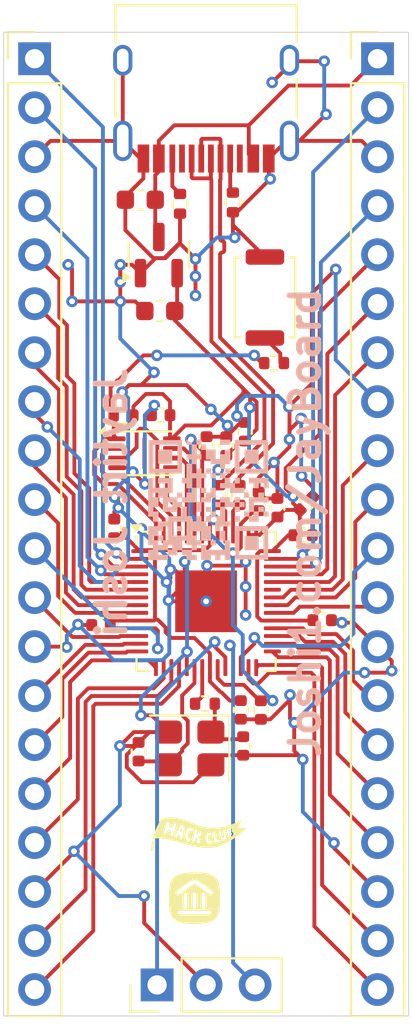
<source format=kicad_pcb>
(kicad_pcb (version 20241229) (generator "pcbnew") (generator_version "9.0")
  (layers (0 "F.Cu" signal) (2 "B.Cu" signal) (13 "F.Paste" user) (15 "B.Paste" user) (5 "F.SilkS" user "F.Silkscreen") (7 "B.SilkS" user "B.Silkscreen") (1 "F.Mask" user) (3 "B.Mask" user) (25 "Edge.Cuts" user))
  (net 0 "")
  (net 1 "+3V3")
  (net 2 "GND")
  (net 3 "+1V1")
  (net 4 "VBUS")
  (net 5 "XIN")
  (net 6 "Net-(C16-Pad2)")
  (net 7 "USB_D-")
  (net 8 "Net-(J1-CC1)")
  (net 9 "Net-(J1-CC2)")
  (net 10 "GPIO12")
  (net 11 "GPIO10")
  (net 12 "GPIO5")
  (net 13 "GPIO0")
  (net 14 "GPIO9")
  (net 15 "GPIO2")
  (net 16 "GPIO14")
  (net 17 "GPIO4")
  (net 18 "GPIO6")
  (net 19 "GPIO7")
  (net 20 "GPIO11")
  (net 21 "GPIO1")
  (net 22 "GPIO8")
  (net 23 "GPIO3")
  (net 24 "GPIO13")
  (net 25 "GPIO15")
  (net 26 "GPIO29_ADC3")
  (net 27 "GPIO26_ADC0")
  (net 28 "GPIO24")
  (net 29 "GPIO20")
  (net 30 "RUN")
  (net 31 "GPIO17")
  (net 32 "GPIO28_ADC2")
  (net 33 "GPIO23")
  (net 34 "GPIO27_ADC1")
  (net 35 "GPIO16")
  (net 36 "GPIO18")
  (net 37 "GPIO19")
  (net 38 "GPIO22")
  (net 39 "GPIO21")
  (net 40 "SWD")
  (net 41 "SWCLK")
  (net 42 "Net-(U1-USB_DP)")
  (net 43 "Net-(U1-USB_DM)")
  (net 44 "QSPI_SS")
  (net 45 "QSPI_SD3")
  (net 47 "QSPI_SCLK")
  (net 48 "XOUT")
  (net 49 "QSPI_SD1")
  (net 50 "QSPI_SD0")
  (net 51 "QSPI_SD2")
  (net 52 "Net-(R6-Pad2)")
  (net 53 "USB_D+")
  (footprint "Capacitor_SMD:C_0402_1005Metric" (layer "F.Cu") (at 232.62 101.07 -90)
    (property "Reference" "C2" (hide yes))
    (property "Value" "0.1uF" (hide yes))
  )
  (footprint "Capacitor_SMD:C_0402_1005Metric" (layer "F.Cu") (at 232.745 102.94 90)
    (property "Reference" "C16" (hide yes))
    (property "Value" "33pF" (hide yes))
  )
  (footprint "Resistor_SMD:R_0402_1005Metric" (layer "F.Cu") (at 230.76 100.75 180)
    (property "Reference" "R5" (hide yes))
    (property "Value" "1K" (hide yes))
  )
  (footprint "Package_SON:Winbond_USON-8-1EP_3x2mm_P0.5mm_EP0.2x1.6mm" (layer "F.Cu") (at 227.62 87.765)
    (property "Reference" "U4" (hide yes))
    (property "Value" "W25Q16JVUXIQ TR" (hide yes))
  )
  (footprint "Resistor_SMD:R_0402_1005Metric" (layer "F.Cu") (at 231.495 89.93 -90)
    (property "Reference" "R3" (hide yes))
    (property "Value" "27" (hide yes))
  )
  (footprint "Capacitor_SMD:C_0402_1005Metric" (layer "F.Cu") (at 236.84 96.42)
    (property "Reference" "C9" (hide yes))
    (property "Value" "0.1uF")
  )
  (footprint "Resistor_SMD:R_0402_1005Metric" (layer "F.Cu") (at 229.47 74.83 -90)
    (property "Reference" "R1" (hide yes))
    (property "Value" "5.1K" (hide yes))
  )
  (footprint "Button_Switch_SMD:SW_Push_SPST_NO_Alps_SKRK" (layer "F.Cu") (at 233.87 79.69 -90)
    (property "Reference" "SW1" (hide yes))
    (property "Value" "SW_Push" (hide yes))
  )
  (footprint "LOGO" (layer "F.Cu") (at 230.22 110.83)
    (property "Reference" "G***" (hide yes))
    (property "Value" "LOGO" (hide yes))
  )
  (footprint "Capacitor_SMD:C_0402_1005Metric" (layer "F.Cu") (at 232.83 86.65 90)
    (property "Reference" "C7" (hide yes))
    (property "Value" "0.1uF" (hide yes))
  )
  (footprint "Capacitor_SMD:C_0402_1005Metric" (layer "F.Cu") (at 230.845 87.385 90)
    (property "Reference" "C12" (hide yes))
    (property "Value" "0.1uF" (hide yes))
  )
  (footprint "Capacitor_SMD:C_0402_1005Metric" (layer "F.Cu") (at 233.66 101.08 -90)
    (property "Reference" "C10" (hide yes))
    (property "Value" "1uF" (hide yes))
  )
  (footprint "Capacitor_SMD:C_0402_1005Metric" (layer "F.Cu") (at 236.02 90.365 45)
    (property "Reference" "C1" (hide yes))
    (property "Value" "1uF" (hide yes))
  )
  (footprint "Package_TO_SOT_SMD:SOT-23" (layer "F.Cu") (at 228.37 77.49 90)
    (property "Reference" "U2" (hide yes))
    (property "Value" "MCP1700x-330xxTT" (hide yes))
  )
  (footprint "Resistor_SMD:R_0402_1005Metric" (layer "F.Cu") (at 232.21 74.76 -90)
    (property "Reference" "R2" (hide yes))
    (property "Value" "5.1K" (hide yes))
  )
  (footprint "Connector_USB:USB_C_Receptacle_HRO_TYPE-C-31-M-12" (layer "F.Cu") (at 230.82 68.44 180)
    (property "Reference" "J1" (hide yes))
    (property "Value" "USB_C_Receptacle_USB2.0_14P" (hide yes))
  )
  (footprint "Capacitor_SMD:C_0402_1005Metric" (layer "F.Cu") (at 227.32 103.24 -90)
    (property "Reference" "C15" (hide yes))
    (property "Value" "33pF" (hide yes))
  )
  (footprint "Connector_PinHeader_2.54mm:PinHeader_1x20_P2.54mm_Vertical" (layer "F.Cu") (at 221.93 67.31)
    (property "Reference" "J2" (hide yes))
    (property "Value" "Conn_01x20" (hide yes))
  )
  (footprint "Resistor_SMD:R_0402_1005Metric" (layer "F.Cu") (at 232.545 89.93 -90)
    (property "Reference" "R4" (hide yes))
    (property "Value" "27" (hide yes))
  )
  (footprint "Capacitor_SMD:C_0402_1005Metric" (layer "F.Cu") (at 228.47 85.79 180)
    (property "Reference" "C17" (hide yes))
    (property "Value" "0.1uF" (hide yes))
  )
  (footprint "Capacitor_SMD:C_0603_1608Metric" (layer "F.Cu") (at 227.41 74.62 180)
    (property "Reference" "C13" (hide yes))
    (property "Value" "10uF" (hide yes))
  )
  (footprint "Capacitor_SMD:C_0402_1005Metric" (layer "F.Cu") (at 226.06 91.66 90)
    (property "Reference" "C4" (hide yes))
    (property "Value" "0.1uF" (hide yes))
  )
  (footprint "Connector_PinHeader_2.54mm:PinHeader_1x03_P2.54mm_Vertical" (layer "F.Cu") (at 228.28 115.33 90)
    (property "Reference" "J4" (hide yes))
    (property "Value" "Conn_01x03" (hide yes))
  )
  (footprint "Connector_PinHeader_2.54mm:PinHeader_1x20_P2.54mm_Vertical" (layer "F.Cu") (at 239.71 67.31)
    (property "Reference" "J3" (hide yes))
    (property "Value" "Conn_01x20" (hide yes))
  )
  (footprint "Resistor_SMD:R_0402_1005Metric" (layer "F.Cu") (at 234.345 83.09)
    (property "Reference" "R6" (hide yes))
    (property "Value" "1K" (hide yes))
  )
  (footprint "Capacitor_SMD:C_0402_1005Metric" (layer "F.Cu") (at 233.545 90.26 90)
    (property "Reference" "C11" (hide yes))
    (property "Value" "0.1uF" (hide yes))
  )
  (footprint "Resistor_SMD:R_0402_1005Metric" (layer "F.Cu") (at 226.54 85.81)
    (property "Reference" "R7" (hide yes))
    (property "Value" "10K" (hide yes))
  )
  (footprint "Capacitor_SMD:C_0603_1608Metric" (layer "F.Cu") (at 228.42 80.39 180)
    (property "Reference" "C14" (hide yes))
    (property "Value" "10uF" (hide yes))
  )
  (footprint "Capacitor_SMD:C_0402_1005Metric" (layer "F.Cu") (at 234.52 90.59 90)
    (property "Reference" "C5" (hide yes))
    (property "Value" "0.1uF" (hide yes))
  )
  (footprint "Capacitor_SMD:C_0402_1005Metric" (layer "F.Cu") (at 231.87 87.39 90)
    (property "Reference" "C6" (hide yes))
    (property "Value" "0.1uF" (hide yes))
  )
  (footprint "Crystal:Crystal_SMD_3225-4Pin_3.2x2.5mm" (layer "F.Cu") (at 229.97 103.07 180)
    (property "Reference" "Y1" (hide yes))
    (property "Value" "12 MHz" (hide yes))
  )
  (footprint "LOGO" (layer "F.Cu") (at 230.46 107.51)
    (property "Reference" "G***" (hide yes))
    (property "Value" "LOGO" (hide yes))
  )
  (footprint "Capacitor_SMD:C_0402_1005Metric" (layer "F.Cu") (at 225.37 96.67 180)
    (property "Reference" "C3" (hide yes))
    (property "Value" "0.1uF" (hide yes))
  )
  (footprint "Capacitor_SMD:C_0402_1005Metric" (layer "F.Cu") (at 235.85 92.015)
    (property "Reference" "C8" (hide yes))
    (property "Value" "0.1uF" (hide yes))
  )
  (footprint "Package_DFN_QFN:QFN-56-1EP_7x7mm_P0.4mm_EP3.2x3.2mm" (layer "F.Cu") (at 230.82 95.44)
    (property "Reference" "U1" (hide yes))
    (property "Value" "RP2040" (hide yes))
  )
  (footprint "LOGO" (layer "B.Cu") (at 230.873099 90.046199 180)
    (property "Reference" "G***" (hide yes))
    (property "Value" "LOGO" (hide yes))
  )
  (gr_rect (start 220.32 65.94) (end 241.32 116.94) (stroke (width 0.05)) (fill no) (layer "Edge.Cuts"))
  (gr_text "Joshi1.com/JayBoard" (at 235.96 91.37 90) (layer "B.SilkS") (effects (font (size 1.5 1.5) (thickness 0.3) (bold yes))))
  (gr_text "Jaytirt Joshi" (at 225.04 90.33 90) (layer "B.SilkS") (effects (font (size 1.5 1.5) (thickness 0.3) (bold yes)) (justify top mirror)))
  (segment (start 235.680589 90.704411) (end 234.885589 90.704411) (width 0.2) (layer "F.Cu") (net 1))
  (segment (start 227.3825 96.44) (end 228.12 96.44) (width 0.2) (layer "F.Cu") (net 1))
  (segment (start 231.02 98.8775) (end 231.02 98.14) (width 0.2) (layer "F.Cu") (net 1))
  (segment (start 234.885589 90.704411) (end 234.52 91.07) (width 0.2) (layer "F.Cu") (net 1))
  (segment (start 229.021 97.341) (end 228.721 97.041) (width 0.2) (layer "F.Cu") (net 1))
  (segment (start 234.945 88.54) (end 236.706 86.779) (width 0.2) (layer "F.Cu") (net 1))
  (segment (start 234.2575 96.44) (end 233.682439 96.44) (width 0.2) (layer "F.Cu") (net 1))
  (segment (start 228.95 85.79) (end 228.95 85.069105) (width 0.2) (layer "F.Cu") (net 1))
  (segment (start 233.471 96.228561) (end 233.471 92.989) (width 0.2) (layer "F.Cu") (net 1))
  (segment (start 236.34 96.44) (end 236.36 96.42) (width 0.2) (layer "F.Cu") (net 1))
  (segment (start 236.706 80.474) (end 239.71 77.47) (width 0.2) (layer "F.Cu") (net 1))
  (segment (start 229.736 86.324) (end 231.085943 86.324) (width 0.2) (layer "F.Cu") (net 1))
  (segment (start 232.05034 100.59) (end 231.63134 100.171) (width 0.2) (layer "F.Cu") (net 1))
  (segment (start 232.7575 84.4275) (end 229.195 80.865) (width 0.2) (layer "F.Cu") (net 1))
  (segment (start 231.42 92.0025) (end 231.42 91.404082) (width 0.2) (layer "F.Cu") (net 1))
  (segment (start 233.1 85.38) (end 233.09 85.39) (width 0.2) (layer "F.Cu") (net 1))
  (segment (start 228.570895 84.69) (end 227.7 84.69) (width 0.2) (layer "F.Cu") (net 1))
  (segment (start 233.62 92.84) (end 234.2575 92.84) (width 0.2) (layer "F.Cu") (net 1))
  (segment (start 235.33 89.993231) (end 235.131 89.794231) (width 0.2) (layer "F.Cu") (net 1))
  (segment (start 231.549 100.129) (end 231.5519 100.129) (width 0.2) (layer "F.Cu") (net 1))
  (segment (start 228.721 96.799242) (end 228.311758 96.39) (width 0.2) (layer "F.Cu") (net 1))
  (segment (start 227.3825 92.84) (end 226.6825 92.14) (width 0.2) (layer "F.Cu") (net 1))
  (segment (start 234.2575 96.44) (end 236.34 96.44) (width 0.2) (layer "F.Cu") (net 1))
  (segment (start 234.945 89.59745) (end 234.945 88.54) (width 0.2) (layer "F.Cu") (net 1))
  (segment (start 233.682439 96.44) (end 233.471 96.228561) (width 0.2) (layer "F.Cu") (net 1))
  (segment (start 233.02 92.0025) (end 233.5875 92.0025) (width 0.2) (layer "F.Cu") (net 1))
  (segment (start 229.195 80.865) (end 229.195 80.39) (width 0.2) (layer "F.Cu") (net 1))
  (segment (start 235.680589 91.704411) (end 235.37 92.015) (width 0.2) (layer "F.Cu") (net 1))
  (segment (start 226.08 96.44) (end 225.85 96.67) (width 0.2) (layer "F.Cu") (net 1))
  (segment (start 228.95 86.92) (end 229.045 87.015) (width 0.2) (layer "F.Cu") (net 1))
  (segment (start 228.17 92.789) (end 227.4335 92.789) (width 0.2) (layer "F.Cu") (net 1))
  (segment (start 232.62 100.59) (end 232.05034 100.59) (width 0.2) (layer "F.Cu") (net 1))
  (segment (start 228.311758 96.39) (end 228.17 96.39) (width 0.2) (layer "F.Cu") (net 1))
  (segment (start 228.95 85.79) (end 228.95 86.92) (width 0.2) (layer "F.Cu") (net 1))
  (segment (start 233.5875 92.0025) (end 234.52 91.07) (width 0.2) (layer "F.Cu") (net 1))
  (segment (start 231.02 92.0025) (end 231.02 91.404082) (width 0.2) (layer "F.Cu") (net 1))
  (segment (start 235.37 92.015) (end 235.0825 92.015) (width 0.2) (layer "F.Cu") (net 1))
  (segment (start 231.02 99.6) (end 231.24 99.82) (width 0.2) (layer "F.Cu") (net 1))
  (segment (start 231.085943 86.324) (end 232.7575 84.652443) (width 0.2) (layer "F.Cu") (net 1))
  (segment (start 233.1 84.77) (end 232.7575 84.4275) (width 0.2) (layer "F.Cu") (net 1))
  (segment (start 233.1 84.77) (end 233.1 85.38) (width 0.2) (layer "F.Cu") (net 1))
  (segment (start 227.4335 92.789) (end 227.3825 92.84) (width 0.2) (layer "F.Cu") (net 1))
  (segment (start 231.02 92.54) (end 230.771 92.789) (width 0.2) (layer "F.Cu") (net 1))
  (segment (start 231.02 98.8775) (end 231.02 99.6) (width 0.2) (layer "F.Cu") (net 1))
  (segment (start 236.706 86.779) (end 236.706 80.474) (width 0.2) (layer "F.Cu") (net 1))
  (segment (start 233.441 86.519) (end 233.441 85.111) (width 0.2) (layer "F.Cu") (net 1))
  (segment (start 235.131 89.794231) (end 235.131 89.78345) (width 0.2) (layer "F.Cu") (net 1))
  (segment (start 232.7575 84.652443) (end 232.7575 84.4275) (width 0.2) (layer "F.Cu") (net 1))
  (segment (start 228.95 85.069105) (end 228.570895 84.69) (width 0.2) (layer "F.Cu") (net 1))
  (segment (start 231.02 91.404082) (end 231.22 91.204082) (width 0.2) (layer "F.Cu") (net 1))
  (segment (start 233.471 92.989) (end 233.62 92.84) (width 0.2) (layer "F.Cu") (net 1))
  (segment (start 227.05 85.34) (end 227.05 85.81) (width 0.2) (layer "F.Cu") (net 1))
  (segment (start 232.79 87.13) (end 232.61 87.13) (width 0.2) (layer "F.Cu") (net 1))
  (segment (start 231.02 98.14) (end 230.221 97.341) (width 0.2) (layer "F.Cu") (net 1))
  (segment (start 229.045 87.015) (end 229.736 86.324) (width 0.2) (layer "F.Cu") (net 1))
  (segment (start 235.131 89.78345) (end 234.945 89.59745) (width 0.2) (layer "F.Cu") (net 1))
  (segment (start 227.7 84.69) (end 227.05 85.34) (width 0.2) (layer "F.Cu") (net 1))
  (segment (start 228.12 96.44) (end 228.17 96.39) (width 0.2) (layer "F.Cu") (net 1))
  (segment (start 228.17 96.39) (end 228.17 92.789) (width 0.2) (layer "F.Cu") (net 1))
  (segment (start 226.45 91.84) (end 226.45 91.9075) (width 0.2) (layer "F.Cu") (net 1))
  (segment (start 235.680589 90.704411) (end 235.680589 91.704411) (width 0.2) (layer "F.Cu") (net 1))
  (segment (start 231.24 99.82) (end 231.549 100.129) (width 0.2) (layer "F.Cu") (net 1))
  (segment (start 235.33 89.993231) (end 235.33 90.353822) (width 0.2) (layer "F.Cu") (net 1))
  (segment (start 229.32 78.4275) (end 229.32 80.265) (width 0.2) (layer "F.Cu") (net 1))
  (segment (start 228.721 97.041) (end 228.721 96.799242) (width 0.2) (layer "F.Cu") (net 1))
  (segment (start 232.61 87.13) (end 231.87 87.87) (width 0.2) (layer "F.Cu") (net 1))
  (segment (start 231.42 91.404082) (end 231.22 91.204082) (width 0.2) (layer "F.Cu") (net 1))
  (segment (start 230.771 92.789) (end 228.17 92.789) (width 0.2) (layer "F.Cu") (net 1))
  (segment (start 233.441 85.111) (end 233.1 84.77) (width 0.2) (layer "F.Cu") (net 1))
  (segment (start 235.0825 92.015) (end 234.2575 92.84) (width 0.2) (layer "F.Cu") (net 1))
  (segment (start 226.6825 92.14) (end 226.06 92.14) (width 0.2) (layer "F.Cu") (net 1))
  (segment (start 231.444387 88.622083) (end 231.444387 88.295613) (width 0.2) (layer "F.Cu") (net 1))
  (segment (start 230.221 97.341) (end 229.021 97.341) (width 0.2) (layer "F.Cu") (net 1))
  (segment (start 227.3825 96.44) (end 226.08 96.44) (width 0.2) (layer "F.Cu") (net 1))
  (segment (start 231.444387 88.295613) (end 231.87 87.87) (width 0.2) (layer "F.Cu") (net 1))
  (segment (start 235.33 90.353822) (end 235.680589 90.704411) (width 0.2) (layer "F.Cu") (net 1))
  (segment (start 232.83 87.13) (end 233.441 86.519) (width 0.2) (layer "F.Cu") (net 1))
  (segment (start 229.32 80.265) (end 229.195 80.39) (width 0.2) (layer "F.Cu") (net 1))
  (segment (start 231.02 92.0025) (end 231.02 92.54) (width 0.2) (layer "F.Cu") (net 1))
  (via (at 231.22 91.204082) (size 0.6) (drill 0.3) (layers "F.Cu" "B.Cu") (net 1))
  (via (at 235.33 89.993231) (size 0.6) (drill 0.3) (layers "F.Cu" "B.Cu") (net 1))
  (via (at 231.444387 88.622083) (size 0.6) (drill 0.3) (layers "F.Cu" "B.Cu") (net 1))
  (via (at 233.09 85.39) (size 0.6) (drill 0.3) (layers "F.Cu" "B.Cu") (net 1))
  (segment (start 233.05 88.045) (end 234.998231 89.993231) (width 0.2) (layer "B.Cu") (net 1))
  (segment (start 234.998231 89.993231) (end 235.33 89.993231) (width 0.2) (layer "B.Cu") (net 1))
  (segment (start 231.22 91.204082) (end 231.22 88.84647) (width 0.2) (layer "B.Cu") (net 1))
  (segment (start 233.09 85.39) (end 233.05 85.43) (width 0.2) (layer "B.Cu") (net 1))
  (segment (start 231.22 88.84647) (end 231.444387 88.622083) (width 0.2) (layer "B.Cu") (net 1))
  (segment (start 233.05 85.43) (end 233.05 88.045) (width 0.2) (layer "B.Cu") (net 1))
  (segment (start 231.87 86.91) (end 230.85 86.91) (width 0.2) (layer "F.Cu") (net 2))
  (segment (start 227.57 72.485) (end 227.415 72.485) (width 0.2) (layer "F.Cu") (net 2))
  (segment (start 226.06 90.8) (end 226.27 90.59) (width 0.2) (layer "F.Cu") (net 2))
  (segment (start 232.21 76.487022) (end 232.303587 76.580609) (width 0.2) (layer "F.Cu") (net 2))
  (segment (start 227.14 102.94) (end 227.32 102.76) (width 0.2) (layer "F.Cu") (net 2))
  (segment (start 230.82 115.33) (end 227.61 112.12) (width 0.2) (layer "F.Cu") (net 2))
  (segment (start 232.424498 85.833972) (end 232.493972 85.833972) (width 0.2) (layer "F.Cu") (net 2))
  (segment (start 235.14 71.57) (end 238.89 71.57) (width 0.2) (layer "F.Cu") (net 2))
  (segment (start 226.9825 77.99) (end 227.42 78.4275) (width 0.2) (layer "F.Cu") (net 2))
  (segment (start 237.45 108.23) (end 237.45 107.97) (width 0.2) (layer "F.Cu") (net 2))
  (segment (start 228.1975 77.65) (end 227.42 78.4275) (width 0.2) (layer "F.Cu") (net 2))
  (segment (start 233.66 101.56) (end 234.149943 101.56) (width 0.2) (layer "F.Cu") (net 2))
  (segment (start 227.46 84.23) (end 228.12 83.57) (width 0.2) (layer "F.Cu") (net 2))
  (segment (start 226.37 79.89) (end 227.145 79.89) (width 0.2) (layer "F.Cu") (net 2))
  (segment (start 235.14 71.57) (end 234.985 71.57) (width 0.2) (layer "F.Cu") (net 2))
  (segment (start 232.21 75.93) (end 232.21 76.487022) (width 0.2) (layer "F.Cu") (net 2))
  (segment (start 226.83 84.23) (end 227.46 84.23) (width 0.2) (layer "F.Cu") (net 2))
  (segment (start 226.5 71.57) (end 222.75 71.57) (width 0.2) (layer "F.Cu") (net 2))
  (segment (start 227.61 112.12) (end 227.61 110.72) (width 0.2) (layer "F.Cu") (net 2))
  (segment (start 223.574855 97.79) (end 223.598163 97.813308) (width 0.2) (layer "F.Cu") (net 2))
  (segment (start 234.245 68.54) (end 235.345 67.44) (width 0.2) (layer "F.Cu") (net 2))
  (segment (start 240.445 99.04) (end 240.445 98.525) (width 0.2) (layer "F.Cu") (net 2))
  (segment (start 228.92 95.44) (end 228.87 95.39) (width 0.2) (layer "F.Cu") (net 2))
  (segment (start 231.87 86.388472) (end 231.931736 86.326736) (width 0.2) (layer "F.Cu") (net 2))
  (segment (start 228.87 102.22) (end 227.07 102.22) (width 0.2) (layer "F.Cu") (net 2))
  (segment (start 221.93 85.74) (end 222.59 86.4) (width 0.2) (layer "F.Cu") (net 2))
  (segment (start 239.71 110.49) (end 237.45 108.23) (width 0.2) (layer "F.Cu") (net 2))
  (segment (start 233.545 89.04) (end 234.345 88.24) (width 0.2) (layer "F.Cu") (net 2))
  (segment (start 232.671 93.59) (end 230.87 93.59) (width 0.2) (layer "F.Cu") (net 2))
  (segment (start 231.57 103.42) (end 231.07 103.92) (width 0.2) (layer "F.Cu") (net 2))
  (segment (start 230.82 95.44) (end 228.92 95.44) (width 0.2) (layer "F.Cu") (net 2))
  (segment (start 226.06 91.18) (end 226.06 90.8) (width 0.2) (layer "F.Cu") (net 2))
  (segment (start 236.359411 90.925589) (end 236.33 90.955) (width 0.2) (layer "F.Cu") (net 2))
  (segment (start 235.39 101.73) (end 235.39 103.195) (width 0.2) (layer "F.Cu") (net 2))
  (segment (start 232.871 93.39) (end 232.871 94.68) (width 0.2) (layer "F.Cu") (net 2))
  (segment (start 235.345 67.44) (end 236.945 67.44) (width 0.2) (layer "F.Cu") (net 2))
  (segment (start 238.466441 96.546441) (end 237.86 96.546441) (width 0.2) (layer "F.Cu") (net 2))
  (segment (start 222.75 71.57) (end 221.93 72.39) (width 0.2) (layer "F.Cu") (net 2))
  (segment (start 227.47 91.69) (end 227.37 91.69) (width 0.2) (layer "F.Cu") (net 2))
  (segment (start 235.145 85.385) (end 235.11 85.35) (width 0.2) (layer "F.Cu") (net 2))
  (segment (start 236.359411 90.025589) (end 236.359411 89.529411) (width 0.2) (layer "F.Cu") (net 2))
  (segment (start 226.195 88.515) (end 226.80353 88.515) (width 0.2) (layer "F.Cu") (net 2))
  (segment (start 234.985 71.57) (end 234.07 72.485) (width 0.2) (layer "F.Cu") (net 2))
  (segment (start 230.169 104.821) (end 227.48345 104.821) (width 0.2) (layer "F.Cu") (net 2))
  (segment (start 234.52 90.11) (end 234.52 88.415) (width 0.2) (layer "F.Cu") (net 2))
  (segment (start 235.66 71.57) (end 237.04 70.19) (width 0.2) (layer "F.Cu") (net 2))
  (segment (start 226.5 71.57) (end 226.5 67.39) (width 0.2) (layer "F.Cu") (net 2))
  (segment (start 226.37 78.89) (end 226.37 77.99) (width 0.2) (layer "F.Cu") (net 2))
  (segment (start 231.07 85.49) (end 229.81 84.23) (width 0.2) (layer "F.Cu") (net 2))
  (segment (start 234.52 88.415) (end 234.345 88.24) (width 0.2) (layer "F.Cu") (net 2))
  (segment (start 226.635 74.455) (end 227.57 73.52) (width 0.2) (layer "F.Cu") (net 2))
  (segment (start 221.93 110.49) (end 223.97 108.45) (width 0.2) (layer "F.Cu") (net 2))
  (segment (start 230.82 95.44) (end 229.17 93.79) (width 0.2) (layer "F.Cu") (net 2))
  (segment (start 235.615 103.42) (end 232.745 103.42) (width 0.2) (layer "F.Cu") (net 2))
  (segment (start 227.415 72.485) (end 226.5 71.57) (width 0.2) (layer "F.Cu") (net 2))
  (segment (start 239.71 97.79) (end 238.466441 96.546441) (width 0.2) (layer "F.Cu") (net 2))
  (segment (start 227.57 73.52) (end 227.57 72.485) (width 0.2) (layer "F.Cu") (net 2))
  (segment (start 235.14 71.57) (end 235.66 71.57) (width 0.2) (layer "F.Cu") (net 2))
  (segment (start 226.709 104.04655) (end 226.709 103.39345) (width 0.2) (layer "F.Cu") (net 2))
  (segment (start 229.47 76.831968) (end 228.651968 77.65) (width 0.2) (layer "F.Cu") (net 2))
  (segment (start 236.359411 89.529411) (end 235.77 88.94) (width 0.2) (layer "F.Cu") (net 2))
  (segment (start 227.145 79.89) (end 227.645 80.39) (width 0.2) (layer "F.Cu") (net 2))
  (segment (start 228.651968 77.65) (end 228.088032 77.65) (width 0.2) (layer "F.Cu") (net 2))
  (segment (start 221.93 97.79) (end 223.574855 97.79) (width 0.2) (layer "F.Cu") (net 2))
  (segment (start 228.97 93.79) (end 228.97 94.24) (width 0.2) (layer "F.Cu") (net 2))
  (segment (start 226.80353 88.515) (end 227.024265 88.735735) (width 0.2) (layer "F.Cu") (net 2))
  (segment (start 234.52 90.11) (end 233.875 90.11) (width 0.2) (layer "F.Cu") (net 2))
  (segment (start 235.145 87.04) (end 235.145 85.385) (width 0.2) (layer "F.Cu") (net 2))
  (segment (start 228.002 101.352) (end 228.87 102.22) (width 0.2) (layer "F.Cu") (net 2))
  (segment (start 229.71 94.55) (end 229.71 93.389) (width 0.2) (layer "F.Cu") (net 2))
  (segment (start 229.17 93.79) (end 228.97 93.79) (width 0.2) (layer "F.Cu") (net 2))
  (segment (start 239.71 97.79) (end 239.71 98.47) (width 0.2) (layer "F.Cu") (net 2))
  (segment (start 226.83 84.23) (end 226.47 84.59) (width 0.2) (layer "F.Cu") (net 2))
  (segment (start 238.89 71.57) (end 239.71 72.39) (width 0.2) (layer "F.Cu") (net 2))
  (segment (start 226.635 74.62) (end 226.635 74.455) (width 0.2) (layer "F.Cu") (net 2))
  (segment (start 229.82 98.067581) (end 229.82 98.8775) (width 0.2) (layer "F.Cu") (net 2))
  (segment (start 227.07 102.22) (end 226.35 102.94) (width 0.2) (layer "F.Cu") (net 2))
  (segment (start 226.709 103.39345) (end 227.88245 102.22) (width 0.2) (layer "F.Cu") (net 2))
  (segment (start 223.87 78.19) (end 223.67 77.99) (width 0.2) (layer "F.Cu") (net 2))
  (segment (start 229.47 75.34) (end 229.47 76.831968) (width 0.2) (layer "F.Cu") (net 2))
  (segment (start 235.39 103.195) (end 235.835 103.64) (width 0.2) (layer "F.Cu") (net 2))
  (segment (start 234.149943 101.56) (end 235.17 100.539943) (width 0.2) (layer "F.Cu") (net 2))
  (segment (start 227.99 85.435446) (end 228.135446 85.29) (width 0.2) (layer "F.Cu") (net 2))
  (segment (start 223.87 79.89) (end 226.37 79.89) (width 0.2) (layer "F.Cu") (net 2))
  (segment (start 224.89 96.67) (end 224.208008 96.67) (width 0.2) (layer "F.Cu") (net 2))
  (segment (start 236.33 90.955) (end 236.33 92.015) (width 0.2) (layer "F.Cu") (net 2))
  (segment (start 235.145 87.04) (end 235.145 86.565) (width 0.2) (layer "F.Cu") (net 2))
  (segment (start 236.305 79.465) (end 237.54 78.23) (width 0.2) (layer "F.Cu") (net 2))
  (segment (start 236.305 84.155) (end 236.305 79.465) (width 0.2) (layer "F.Cu") (net 2))
  (segment (start 232.415 75.27) (end 232.21 75.27) (width 0.2) (layer "F.Cu") (net 2))
  (segment (start 232.21 75.27) (end 232.21 75.93) (width 0.2) (layer "F.Cu") (net 2))
  (segment (start 235.145 86.565) (end 235.75 85.96) (width 0.2) (layer "F.Cu") (net 2))
  (segment (start 227.99 85.79) (end 227.99 85.435446) (width 0.2) (layer "F.Cu") (net 2))
  (segment (start 235.145 87.44) (end 234.345 88.24) (width 0.2) (layer "F.Cu") (net 2))
  (segment (start 226.27 90.59) (end 226.27 90.245627) (width 0.2) (layer "F.Cu") (net 2))
  (segment (start 226.27 90.245627) (end 226.071 90.046627) (width 0.2) (layer "F.Cu") (net 2))
  (segment (start 226.635 76.196968) (end 226.635 74.62) (width 0.2) (layer "F.Cu") (net 2))
  (segment (start 228.088032 77.65) (end 226.635 76.196968) (width 0.2) (layer "F.Cu") (net 2))
  (segment (start 227.37 91.69) (end 226.27 90.59) (width 0.2) (layer "F.Cu") (net 2))
  (segment (start 228.87 95.39) (end 229.71 94.55) (width 0.2) (layer "F.Cu") (net 2))
  (segment (start 230.85 86.91) (end 230.845 86.905) (width 0.2) (layer "F.Cu") (net 2))
  (segment (start 231.07 103.92) (end 230.169 104.821) (width 0.2) (layer "F.Cu") (net 2))
  (segment (start 230.27 79.59) (end 230.27 77.69) (width 0.2) (layer "F.Cu") (net 2))
  (segment (start 229.47 76.89) (end 228.71 77.65) (width 0.2) (layer "F.Cu") (net 2))
  (segment (start 224.208008 96.67) (end 224.178008 96.64) (width 0.2) (layer "F.Cu") (net 2))
  (segment (start 232.61 86.17) (end 231.87 86.91) (width 0.2) (layer "F.Cu") (net 2))
  (segment (start 232.83 86.17) (end 232.61 86.17) (width 0.2) (layer "F.Cu") (net 2))
  (segment (start 239.04 99.14) (end 240.345 99.14) (width 0.2) (layer "F.Cu") (net 2))
  (segment (start 227.88245 102.22) (end 228.87 102.22) (width 0.2) (layer "F.Cu") (net 2))
  (segment (start 232.871 94.68) (end 232.871 96.15) (width 0.2) (layer "F.Cu") (net 2))
  (segment (start 233.545 89.78) (end 233.545 89.04) (width 0.2) (layer "F.Cu") (net 2))
  (segment (start 235.145 87.04) (end 235.145 87.44) (width 0.2) (layer "F.Cu") (net 2))
  (segment (start 234.07 73.465) (end 234.145 73.54) (width 0.2) (layer "F.Cu") (net 2))
  (segment (start 233.66 101.56) (end 232.63 101.56) (width 0.2) (layer "F.Cu") (net 2))
  (segment (start 221.93 85.09) (end 221.93 85.74) (width 0.2) (layer "F.Cu") (net 2))
  (segment (start 229.832649 98.054932) (end 229.82 98.067581) (width 0.2) (layer "F.Cu") (net 2))
  (segment (start 232.493972 85.833972) (end 232.83 86.17) (width 0.2) (layer "F.Cu") (net 2))
  (segment (start 229.81 84.23) (end 226.83 84.23) (width 0.2) (layer "F.Cu") (net 2))
  (segment (start 226.37 79.89) (end 226.37 77.99) (width 0.2) (layer "F.Cu") (net 2))
  (segment (start 234.07 72.485) (end 234.07 73.465) (width 0.2) (layer "F.Cu") (net 2))
  (segment (start 231.87 86.91) (end 231.87 86.388472) (width 0.2) (layer "F.Cu") (net 2))
  (segment (start 232.21 75.93) (end 233.87 77.59) (width 0.2) (layer "F.Cu") (net 2))
  (segment (start 240.345 99.14) (end 240.445 99.04) (width 0.2) (layer "F.Cu") (net 2))
  (segment (start 232.871 93.39) (end 232.671 93.59) (width 0.2) (layer "F.Cu") (net 2))
  (segment (start 232.745 103.42) (end 231.57 103.42) (width 0.2) (layer "F.Cu") (net 2))
  (segment (start 230.27 77.69) (end 229.47 76.89) (width 0.2) (layer "F.Cu") (net 2))
  (segment (start 235.17 101.51) (end 235.39 101.73) (width 0.2) (layer "F.Cu") (net 2))
  (segment (start 240.445 98.525) (end 239.71 97.79) (width 0.2) (layer "F.Cu") (net 2))
  (segment (start 223.87 79.89) (end 223.87 78.19) (width 0.2) (layer "F.Cu") (net 2))
  (segment (start 237.733559 96.42) (end 237.86 96.546441) (width 0.2) (layer "F.Cu") (net 2))
  (segment (start 233.875 90.11) (end 233.545 89.78) (width 0.2) (layer "F.Cu") (net 2))
  (segment (start 227.44 101.352) (end 228.002 101.352) (width 0.2) (layer "F.Cu") (net 2))
  (segment (start 235.17 100.539943) (end 235.17 100.29) (width 0.2) (layer "F.Cu") (net 2))
  (segment (start 234.145 73.54) (end 232.415 75.27) (width 0.2) (layer "F.Cu") (net 2))
  (segment (start 236.359411 90.025589) (end 236.359411 90.925589) (width 0.2) (layer "F.Cu") (net 2))
  (segment (start 226.35 102.94) (end 227.14 102.94) (width 0.2) (layer "F.Cu") (net 2))
  (segment (start 226.37 77.99) (end 226.9825 77.99) (width 0.2) (layer "F.Cu") (net 2))
  (segment (start 235.77 88.94) (end 235.77 88.93) (width 0.2) (layer "F.Cu") (net 2))
  (segment (start 223.97 108.45) (end 223.97 108.4) (width 0.2) (layer "F.Cu") (net 2))
  (segment (start 235.11 85.35) (end 236.305 84.155) (width 0.2) (layer "F.Cu") (net 2))
  (segment (start 237.32 96.42) (end 237.733559 96.42) (width 0.2) (layer "F.Cu") (net 2))
  (segment (start 228.71 77.65) (end 228.1975 77.65) (width 0.2) (layer "F.Cu") (net 2))
  (segment (start 232.63 101.56) (end 232.62 101.55) (width 0.2) (layer "F.Cu") (net 2))
  (segment (start 235.835 103.64) (end 235.615 103.42) (width 0.2) (layer "F.Cu") (net 2))
  (segment (start 227.024265 88.735735) (end 227.644265 89.355735) (width 0.2) (layer "F.Cu") (net 2))
  (segment (start 228.97 94.24) (end 228.77 94.44) (width 0.2) (layer "F.Cu") (net 2))
  (segment (start 227.48345 104.821) (end 226.709 104.04655) (width 0.2) (layer "F.Cu") (net 2))
  (segment (start 235.17 100.29) (end 235.17 101.51) (width 0.2) (layer "F.Cu") (net 2))
  (segment (start 229.47 76.89) (end 229.47 75.34) (width 0.2) (layer "F.Cu") (net 2))
  (via (at 236.945 67.44) (size 0.6) (drill 0.3) (layers "F.Cu" "B.Cu") (net 2))
  (via (at 237.54 78.23) (size 0.6) (drill 0.3) (layers "F.Cu" "B.Cu") (net 2))
  (via (at 228.87 95.39) (size 0.6) (drill 0.3) (layers "F.Cu" "B.Cu") (net 2))
  (via (at 235.17 100.29) (size 0.6) (drill 0.3) (layers "F.Cu" "B.Cu") (net 2))
  (via (at 226.27 90.59) (size 0.6) (drill 0.3) (layers "F.Cu" "B.Cu") (net 2))
  (via (at 232.871 93.39) (size 0.6) (drill 0.3) (layers "F.Cu" "B.Cu") (net 2))
  (via (at 230.27 77.69) (size 0.6) (drill 0.3) (layers "F.Cu" "B.Cu") (net 2))
  (via (at 223.67 77.99) (size 0.6) (drill 0.3) (layers "F.Cu" "B.Cu") (net 2))
  (via (at 234.145 73.54) (size 0.6) (drill 0.3) (layers "F.Cu" "B.Cu") (net 2))
  (via (at 235.835 103.64) (size 0.6) (drill 0.3) (layers "F.Cu" "B.Cu") (net 2))
  (via (at 237.86 96.546441) (size 0.6) (drill 0.3) (layers "F.Cu" "B.Cu") (net 2))
  (via (at 223.598163 97.813308) (size 0.6) (drill 0.3) (layers "F.Cu" "B.Cu") (net 2))
  (via (at 227.644265 89.355735) (size 0.6) (drill 0.3) (layers "F.Cu" "B.Cu") (net 2))
  (via (at 228.77 94.44) (size 0.6) (drill 0.3) (layers "F.Cu" "B.Cu") (net 2))
  (via (at 232.303587 76.580609) (size 0.6) (drill 0.3) (layers "F.Cu" "B.Cu") (net 2))
  (via (at 235.11 85.35) (size 0.6) (drill 0.3) (layers "F.Cu" "B.Cu") (net 2))
  (via (at 226.47 84.59) (size 0.6) (drill 0.3) (layers "F.Cu" "B.Cu") (net 2))
  (via (at 240.445 99.04) (size 0.6) (drill 0.3) (layers "F.Cu" "B.Cu") (net 2))
  (via (at 231.07 85.49) (size 0.6) (drill 0.3) (layers "F.Cu" "B.Cu") (net 2))
  (via (at 230.82 95.44) (size 0.6) (drill 0.3) (layers "F.Cu" "B.Cu") (net 2))
  (via (at 237.45 107.97) (size 0.6) (drill 0.3) (layers "F.Cu" "B.Cu") (net 2))
  (via (at 235.39 101.73) (size 0.6) (drill 0.3) (layers "F.Cu" "B.Cu") (net 2))
  (via (at 227.44 101.352) (size 0.6) (drill 0.3) (layers "F.Cu" "B.Cu") (net 2))
  (via (at 223.87 79.89) (size 0.6) (drill 0.3) (layers "F.Cu" "B.Cu") (net 2))
  (via (at 226.37 78.89) (size 0.6) (drill 0.3) (layers "F.Cu" "B.Cu") (net 2))
  (via (at 235.145 87.04) (size 0.6) (drill 0.3) (layers "F.Cu" "B.Cu") (net 2))
  (via (at 229.71 93.389) (size 0.6) (drill 0.3) (layers "F.Cu" "B.Cu") (net 2))
  (via (at 223.97 108.4) (size 0.6) (drill 0.3) (layers "F.Cu" "B.Cu") (net 2))
  (via (at 228.97 93.79) (size 0.6) (drill 0.3) (layers "F.Cu" "B.Cu") (net 2))
  (via (at 232.424498 85.833972) (size 0.6) (drill 0.3) (layers "F.Cu" "B.Cu") (net 2))
  (via (at 235.77 88.94) (size 0.6) (drill 0.3) (layers "F.Cu" "B.Cu") (net 2))
  (via (at 227.47 91.69) (size 0.6) (drill 0.3) (layers "F.Cu" "B.Cu") (net 2))
  (via (at 226.37 77.99) (size 0.6) (drill 0.3) (layers "F.Cu" "B.Cu") (net 2))
  (via (at 232.871 96.15) (size 0.6) (drill 0.3) (layers "F.Cu" "B.Cu") (net 2))
  (via (at 234.245 68.54) (size 0.6) (drill 0.3) (layers "F.Cu" "B.Cu") (net 2))
  (via (at 226.35 102.94) (size 0.6) (drill 0.3) (layers "F.Cu" "B.Cu") (net 2))
  (via (at 234.345 88.24) (size 0.6) (drill 0.3) (layers "F.Cu" "B.Cu") (net 2))
  (via (at 224.178008 96.64) (size 0.6) (drill 0.3) (layers "F.Cu" "B.Cu") (net 2))
  (via (at 230.27 78.59) (size 0.6) (drill 0.3) (layers "F.Cu" "B.Cu") (net 2))
  (via (at 226.071 90.046627) (size 0.6) (drill 0.3) (layers "F.Cu" "B.Cu") (net 2))
  (via (at 232.871 94.68) (size 0.6) (drill 0.3) (layers "F.Cu" "B.Cu") (net 2))
  (via (at 227.61 110.72) (size 0.6) (drill 0.3) (layers "F.Cu" "B.Cu") (net 2))
  (via (at 228.135446 85.29) (size 0.6) (drill 0.3) (layers "F.Cu" "B.Cu") (net 2))
  (via (at 235.77 88.94) (size 0.6) (drill 0.3) (layers "F.Cu" "B.Cu") (net 2))
  (via (at 237.04 70.19) (size 0.6) (drill 0.3) (layers "F.Cu" "B.Cu") (net 2))
  (via (at 222.59 86.4) (size 0.6) (drill 0.3) (layers "F.Cu" "B.Cu") (net 2))
  (via (at 227.024265 88.735735) (size 0.6) (drill 0.3) (layers "F.Cu" "B.Cu") (net 2))
  (via (at 239.04 99.14) (size 0.6) (drill 0.3) (layers "F.Cu" "B.Cu") (net 2))
  (via (at 226.37 79.89) (size 0.6) (drill 0.3) (layers "F.Cu" "B.Cu") (net 2))
  (via (at 231.931736 86.326736) (size 0.6) (drill 0.3) (layers "F.Cu" "B.Cu") (net 2))
  (via (at 228.12 83.57) (size 0.6) (drill 0.3) (layers "F.Cu" "B.Cu") (net 2))
  (via (at 230.87 93.59) (size 0.6) (drill 0.3) (layers "F.Cu" "B.Cu") (net 2))
  (via (at 235.75 85.96) (size 0.6) (drill 0.3) (layers "F.Cu" "B.Cu") (net 2))
  (via (at 230.27 79.59) (size 0.6) (drill 0.3) (layers "F.Cu" "B.Cu") (net 2))
  (via (at 229.832649 98.054932) (size 0.6) (drill 0.3) (layers "F.Cu" "B.Cu") (net 2))
  (segment (start 237.98 99.14) (end 239.04 99.14) (width 0.2) (layer "B.Cu") (net 2))
  (segment (start 226.781053 84.901053) (end 226.47 84.59) (width 0.2) (layer "B.Cu") (net 2))
  (segment (start 224.268 88.078) (end 224.268 93.597943) (width 0.2) (layer "B.Cu") (net 2))
  (segment (start 228.87 95.39) (end 228.87 93.89) (width 0.2) (layer "B.Cu") (net 2))
  (segment (start 228.77 94.44) (end 227.47 93.14) (width 0.2) (layer "B.Cu") (net 2))
  (segment (start 227.44 101.352) (end 227.44 100.447581) (width 0.2) (layer "B.Cu") (net 2))
  (segment (start 223.598163 97.219845) (end 224.178008 96.64) (width 0.2) (layer "B.Cu") (net 2))
  (segment (start 237.54 82.92) (end 239.71 85.09) (width 0.2) (layer "B.Cu") (net 2))
  (segment (start 228.87 93.89) (end 228.97 93.79) (width 0.2) (layer "B.Cu") (net 2))
  (segment (start 222.59 86.4) (end 224.268 88.078) (width 0.2) (layer "B.Cu") (net 2))
  (segment (start 228.560018 98.492021) (end 228.912075 98.139964) (width 0.2) (layer "B.Cu") (net 2))
  (segment (start 232.841057 84.789) (end 232.424498 85.205559) (width 0.2) (layer "B.Cu") (net 2))
  (segment (start 229.71 93.389) (end 229.832649 93.511649) (width 0.2) (layer "B.Cu") (net 2))
  (segment (start 229.832649 93.511649) (end 229.832649 98.054932) (width 0.2) (layer "B.Cu") (net 2))
  (segment (start 224.268 93.597943) (end 225.111057 94.441) (width 0.2) (layer "B.Cu") (net 2))
  (segment (start 225.111057 94.441) (end 225.608943 94.441) (width 0.2) (layer "B.Cu") (net 2))
  (segment (start 226.030029 98.492021) (end 228.560018 98.492021) (width 0.2) (layer "B.Cu") (net 2))
  (segment (start 226.29 110.72) (end 223.97 108.4) (width 0.2) (layer "B.Cu") (net 2))
  (segment (start 223.97 108.4) (end 226.35 106.02) (width 0.2) (layer "B.Cu") (net 2))
  (segment (start 231.07 85.49) (end 231.095 85.49) (width 0.2) (layer "B.Cu") (net 2))
  (segment (start 231.379391 76.580609) (end 230.27 77.69) (width 0.2) (layer "B.Cu") (net 2))
  (segment (start 235.75 88.92) (end 235.77 88.94) (width 0.2) (layer "B.Cu") (net 2))
  (segment (start 226.35 106.02) (end 226.35 102.94) (width 0.2) (layer "B.Cu") (net 2))
  (segment (start 227.47 93.14) (end 227.47 91.69) (width 0.2) (layer "B.Cu") (net 2))
  (segment (start 227.61 110.72) (end 226.29 110.72) (width 0.2) (layer "B.Cu") (net 2))
  (segment (start 234.549 84.789) (end 232.841057 84.789) (width 0.2) (layer "B.Cu") (net 2))
  (segment (start 227.644265 85.781181) (end 228.135446 85.29) (width 0.2) (layer "B.Cu") (net 2))
  (segment (start 226.071 89.689) (end 227.024265 88.735735) (width 0.2) (layer "B.Cu") (net 2))
  (segment (start 227.44 100.447581) (end 229.832649 98.054932) (width 0.2) (layer "B.Cu") (net 2))
  (segment (start 226.071 90.046627) (end 226.071 89.689) (width 0.2) (layer "B.Cu") (net 2))
  (segment (start 223.598163 97.813308) (end 223.598163 97.219845) (width 0.2) (layer "B.Cu") (net 2))
  (segment (start 228.912075 98.139964) (end 228.912075 93.232075) (width 0.2) (layer "B.Cu") (net 2))
  (segment (start 235.39 101.73) (end 237.98 99.14) (width 0.2) (layer "B.Cu") (net 2))
  (segment (start 237.54 78.23) (end 237.54 82.92) (width 0.2) (layer "B.Cu") (net 2))
  (segment (start 235.75 85.96) (end 235.75 88.92) (width 0.2) (layer "B.Cu") (net 2))
  (segment (start 232.424498 85.205559) (end 232.424498 85.833972) (width 0.2) (layer "B.Cu") (net 2))
  (segment (start 235.835 106.355) (end 235.835 103.64) (width 0.2) (layer "B.Cu") (net 2))
  (segment (start 224.178008 96.64) (end 226.030029 98.492021) (width 0.2) (layer "B.Cu") (net 2))
  (segment (start 237.45 107.97) (end 235.835 106.355) (width 0.2) (layer "B.Cu") (net 2))
  (segment (start 226.781053 93.26889) (end 226.781053 84.901053) (width 0.2) (layer "B.Cu") (net 2))
  (segment (start 225.608943 94.441) (end 226.781053 93.26889) (width 0.2) (layer "B.Cu") (net 2))
  (segment (start 227.644265 89.355735) (end 227.644265 85.781181) (width 0.2) (layer "B.Cu") (net 2))
  (segment (start 237.04 70.19) (end 236.945 70.095) (width 0.2) (layer "B.Cu") (net 2))
  (segment (start 226.37 81.82) (end 226.37 79.89) (width 0.2) (layer "B.Cu") (net 2))
  (segment (start 228.912075 93.232075) (end 226.27 90.59) (width 0.2) (layer "B.Cu") (net 2))
  (segment (start 232.303587 76.580609) (end 231.379391 76.580609) (width 0.2) (layer "B.Cu") (net 2))
  (segment (start 228.12 83.57) (end 226.37 81.82) (width 0.2) (layer "B.Cu") (net 2))
  (segment (start 231.095 85.49) (end 231.931736 86.326736) (width 0.2) (layer "B.Cu") (net 2))
  (segment (start 235.11 85.35) (end 234.549 84.789) (width 0.2) (layer "B.Cu") (net 2))
  (segment (start 236.945 70.095) (end 236.945 67.44) (width 0.2) (layer "B.Cu") (net 2))
  (segment (start 233.66 100.6) (end 234.26 100.6) (width 0.2) (layer "F.Cu") (net 3))
  (segment (start 232.62 92.0025) (end 232.62 91.43) (width 0.2) (layer "F.Cu") (net 3))
  (segment (start 234.26 100.6) (end 234.27 100.59) (width 0.2) (layer "F.Cu") (net 3))
  (segment (start 230.845 87.865) (end 230.845 87.857589) (width 0.2) (layer "F.Cu") (net 3))
  (segment (start 232.7729 99.77) (end 233.6029 100.6) (width 0.2) (layer "F.Cu") (net 3))
  (segment (start 231.42 99.43) (end 231.76 99.77) (width 0.2) (layer "F.Cu") (net 3))
  (segment (start 232.32 92.94) (end 232.208561 92.94) (width 0.2) (layer "F.Cu") (net 3))
  (segment (start 230.62 92.0025) (end 230.62 88.09) (width 0.2) (layer "F.Cu") (net 3))
  (segment (start 233.31 90.74) (end 233.545 90.74) (width 0.2) (layer "F.Cu") (net 3))
  (segment (start 233.6029 100.6) (end 233.66 100.6) (width 0.2) (layer "F.Cu") (net 3))
  (segment (start 231.76 99.77) (end 232.7729 99.77) (width 0.2) (layer "F.Cu") (net 3))
  (segment (start 232.62 92.64) (end 232.32 92.94) (width 0.2) (layer "F.Cu") (net 3))
  (segment (start 230.62 88.09) (end 230.845 87.865) (width 0.2) (layer "F.Cu") (net 3))
  (segment (start 230.845 87.857589) (end 230.035002 87.047591) (width 0.2) (layer "F.Cu") (net 3))
  (segment (start 232.62 92.0025) (end 232.62 92.64) (width 0.2) (layer "F.Cu") (net 3))
  (segment (start 232.62 91.43) (end 233.31 90.74) (width 0.2) (layer "F.Cu") (net 3))
  (segment (start 231.42 98.8775) (end 231.42 99.43) (width 0.2) (layer "F.Cu") (net 3))
  (via (at 234.27 100.59) (size 0.6) (drill 0.3) (layers "F.Cu" "B.Cu") (net 3))
  (via (at 232.208561 92.94) (size 0.6) (drill 0.3) (layers "F.Cu" "B.Cu") (net 3))
  (via (at 230.035002 87.047591) (size 0.6) (drill 0.3) (layers "F.Cu" "B.Cu") (net 3))
  (segment (start 230.035002 90.955002) (end 230.12 91.04) (width 0.2) (layer "B.Cu") (net 3))
  (segment (start 230.12 91.04) (end 232.02 92.94) (width 0.2) (layer "B.Cu") (net 3))
  (segment (start 232.72018 97.190123) (end 232.208561 96.678504) (width 0.2) (layer "B.Cu") (net 3))
  (segment (start 232.72018 99.04018) (end 232.72018 97.190123) (width 0.2) (layer "B.Cu") (net 3))
  (segment (start 232.208561 96.678504) (end 232.208561 92.94) (width 0.2) (layer "B.Cu") (net 3))
  (segment (start 232.02 92.94) (end 232.208561 92.94) (width 0.2) (layer "B.Cu") (net 3))
  (segment (start 234.27 100.59) (end 232.72018 99.04018) (width 0.2) (layer "B.Cu") (net 3))
  (segment (start 230.035002 87.047591) (end 230.035002 90.955002) (width 0.2) (layer "B.Cu") (net 3))
  (segment (start 232.320057 93.09) (end 232.445029 92.965028) (width 0.2) (layer "B.Cu") (net 3))
  (segment (start 232.17 93.09) (end 232.320057 93.09) (width 0.2) (layer "B.Cu") (net 3))
  (segment (start 230.12 91.04) (end 232.17 93.09) (width 0.2) (layer "B.Cu") (net 3))
  (segment (start 228.185 76.3675) (end 228.37 76.5525) (width 0.2) (layer "F.Cu") (net 4))
  (segment (start 238.321 68.699) (end 239.71 67.31) (width 0.2) (layer "F.Cu") (net 4))
  (segment (start 233.27 72.485) (end 233.034 72.249) (width 0.2) (layer "F.Cu") (net 4))
  (segment (start 233.034 70.759992) (end 229.170008 70.759992) (width 0.2) (layer "F.Cu") (net 4))
  (segment (start 228.185 74.62) (end 228.185 76.3675) (width 0.2) (layer "F.Cu") (net 4))
  (segment (start 235.094992 68.699) (end 238.321 68.699) (width 0.2) (layer "F.Cu") (net 4))
  (segment (start 228.37 72.485) (end 228.37 73.16) (width 0.2) (layer "F.Cu") (net 4))
  (segment (start 228.185 73.345) (end 228.185 74.62) (width 0.2) (layer "F.Cu") (net 4))
  (segment (start 228.37 73.16) (end 228.185 73.345) (width 0.2) (layer "F.Cu") (net 4))
  (segment (start 228.37 71.56) (end 228.37 72.485) (width 0.2) (layer "F.Cu") (net 4))
  (segment (start 233.034 70.759992) (end 235.094992 68.699) (width 0.2) (layer "F.Cu") (net 4))
  (segment (start 233.034 72.249) (end 233.034 70.759992) (width 0.2) (layer "F.Cu") (net 4))
  (segment (start 229.170008 70.759992) (end 228.37 71.56) (width 0.2) (layer "F.Cu") (net 4))
  (segment (start 228.69 103.74) (end 228.87 103.92) (width 0.2) (layer "F.Cu") (net 5))
  (segment (start 227.51 103.74) (end 228.69 103.74) (width 0.2) (layer "F.Cu") (net 5))
  (segment (start 229.58 103.21) (end 228.87 103.92) (width 0.2) (layer "F.Cu") (net 5))
  (segment (start 229.58 103.09616) (end 229.58 103.21) (width 0.2) (layer "F.Cu") (net 5))
  (segment (start 229.58 100.32) (end 229.58 101.34384) (width 0.2) (layer "F.Cu") (net 5))
  (segment (start 229.871 102.80516) (end 229.58 103.09616) (width 0.2) (layer "F.Cu") (net 5))
  (segment (start 230.22 98.8775) (end 230.22 99.68) (width 0.2) (layer "F.Cu") (net 5))
  (segment (start 229.871 101.63484) (end 229.871 102.80516) (width 0.2) (layer "F.Cu") (net 5))
  (segment (start 229.58 101.34384) (end 229.871 101.63484) (width 0.2) (layer "F.Cu") (net 5))
  (segment (start 230.22 99.68) (end 229.58 100.32) (width 0.2) (layer "F.Cu") (net 5))
  (segment (start 227.32 103.55) (end 227.51 103.74) (width 0.2) (layer "F.Cu") (net 5))
  (segment (start 231.44 102.59) (end 231.07 102.22) (width 0.2) (layer "F.Cu") (net 6))
  (segment (start 231.27 102.02) (end 231.07 102.22) (width 0.2) (layer "F.Cu") (net 6))
  (segment (start 232.62 102.59) (end 231.44 102.59) (width 0.2) (layer "F.Cu") (net 6))
  (segment (start 231.27 100.75) (end 231.27 102.02) (width 0.2) (layer "F.Cu") (net 6))
  (segment (start 231.545 73.597501) (end 231.545 76.646431) (width 0.2) (layer "F.Cu") (net 7))
  (segment (start 231.545 77.464203) (end 231.545 77.846431) (width 0.2) (layer "F.Cu") (net 7))
  (segment (start 230.57 72.485) (end 230.57 71.508) (width 0.2) (layer "F.Cu") (net 7))
  (segment (start 234.295 87.256397) (end 232.545 89.006397) (width 0.2) (layer "F.Cu") (net 7))
  (segment (start 230.57 71.508) (end 230.619 71.459) (width 0.2) (layer "F.Cu") (net 7))
  (segment (start 234.295 84.516802) (end 234.295 87.256397) (width 0.2) (layer "F.Cu") (net 7))
  (segment (start 231.57 73.572501) (end 231.545 73.597501) (width 0.2) (layer "F.Cu") (net 7))
  (segment (start 231.545 78.196899) (end 231.545 81.766802) (width 0.2) (layer "F.Cu") (net 7))
  (segment (start 231.545 77.846431) (end 231.545 78.196899) (width 0.2) (layer "F.Cu") (net 7))
  (segment (start 230.619 71.459) (end 231.521 71.459) (width 0.2) (layer "F.Cu") (net 7))
  (segment (start 232.545 89.006397) (end 232.545 89.42) (width 0.2) (layer "F.Cu") (net 7))
  (segment (start 231.57 71.508) (end 231.57 72.485) (width 0.2) (layer "F.Cu") (net 7))
  (segment (start 231.57 72.485) (end 231.57 73.572501) (width 0.2) (layer "F.Cu") (net 7))
  (segment (start 231.545 81.766802) (end 234.295 84.516802) (width 0.2) (layer "F.Cu") (net 7))
  (segment (start 231.762772 76.864203) (end 231.762772 77.246431) (width 0.2) (layer "F.Cu") (net 7))
  (segment (start 231.521 71.459) (end 231.57 71.508) (width 0.2) (layer "F.Cu") (net 7))
  (arc (start 231.653886 76.755317) (mid 231.73088 76.787209) (end 231.762772 76.864203) (width 0.2) (layer "F.Cu") (net 7))
  (arc (start 231.545 76.646431) (mid 231.576892 76.723425) (end 231.653886 76.755317) (width 0.2) (layer "F.Cu") (net 7))
  (arc (start 231.653886 77.355317) (mid 231.576892 77.387209) (end 231.545 77.464203) (width 0.2) (layer "F.Cu") (net 7))
  (arc (start 231.762772 77.246431) (mid 231.73088 77.323425) (end 231.653886 77.355317) (width 0.2) (layer "F.Cu") (net 7))
  (segment (start 232.07 74.11) (end 232.21 74.25) (width 0.2) (layer "F.Cu") (net 8))
  (segment (start 232.07 72.485) (end 232.07 74.11) (width 0.2) (layer "F.Cu") (net 8))
  (segment (start 229.07 72.485) (end 229.07 73.92) (width 0.2) (layer "F.Cu") (net 9))
  (segment (start 229.07 73.92) (end 229.47 74.32) (width 0.2) (layer "F.Cu") (net 9))
  (segment (start 228.22 98.8775) (end 227.8445 98.502) (width 0.2) (layer "F.Cu") (net 10))
  (segment (start 224.8922 98.502) (end 223.76955 99.62465) (width 0.2) (layer "F.Cu") (net 10))
  (segment (start 223.76955 103.57045) (end 221.93 105.41) (width 0.2) (layer "F.Cu") (net 10))
  (segment (start 223.76955 99.62465) (end 223.76955 103.57045) (width 0.2) (layer "F.Cu") (net 10))
  (segment (start 227.8445 98.502) (end 224.8922 98.502) (width 0.2) (layer "F.Cu") (net 10))
  (segment (start 224.56 97.7) (end 221.93 100.33) (width 0.2) (layer "F.Cu") (net 11))
  (segment (start 226.57 97.64) (end 226.51 97.7) (width 0.2) (layer "F.Cu") (net 11))
  (segment (start 227.3825 97.64) (end 226.57 97.64) (width 0.2) (layer "F.Cu") (net 11))
  (segment (start 226.51 97.7) (end 224.56 97.7) (width 0.2) (layer "F.Cu") (net 11))
  (segment (start 223.19 89.1429) (end 223.19 84.48) (width 0.2) (layer "F.Cu") (net 12))
  (segment (start 227.3825 95.24) (end 224.37 95.24) (width 0.2) (layer "F.Cu") (net 12))
  (segment (start 223.952 89.9049) (end 223.19 89.1429) (width 0.2) (layer "F.Cu") (net 12))
  (segment (start 223.19 84.48) (end 221.93 83.22) (width 0.2) (layer "F.Cu") (net 12))
  (segment (start 223.952 94.822) (end 223.952 89.9049) (width 0.2) (layer "F.Cu") (net 12))
  (segment (start 224.37 95.24) (end 223.952 94.822) (width 0.2) (layer "F.Cu") (net 12))
  (segment (start 221.93 83.22) (end 221.93 82.55) (width 0.2) (layer "F.Cu") (net 12))
  (segment (start 226.486315 93.24) (end 226.180053 92.933738) (width 0.2) (layer "F.Cu") (net 13))
  (segment (start 227.3825 93.24) (end 226.486315 93.24) (width 0.2) (layer "F.Cu") (net 13))
  (via (at 226.180053 92.933738) (size 0.6) (drill 0.3) (layers "F.Cu" "B.Cu") (net 13))
  (segment (start 225.471 70.851) (end 221.93 67.31) (width 0.2) (layer "B.Cu") (net 13))
  (segment (start 226.180053 92.933738) (end 225.471 92.224685) (width 0.2) (layer "B.Cu") (net 13))
  (segment (start 225.471 92.224685) (end 225.471 70.851) (width 0.2) (layer "B.Cu") (net 13))
  (segment (start 226.37 97.24) (end 226.319 97.291) (width 0.2) (layer "F.Cu") (net 14))
  (segment (start 227.3825 97.24) (end 226.37 97.24) (width 0.2) (layer "F.Cu") (net 14))
  (segment (start 223.89345 97.291) (end 221.93 95.32755) (width 0.2) (layer "F.Cu") (net 14))
  (segment (start 221.93 95.32755) (end 221.93 95.25) (width 0.2) (layer "F.Cu") (net 14))
  (segment (start 226.319 97.291) (end 223.89345 97.291) (width 0.2) (layer "F.Cu") (net 14))
  (segment (start 225.56 94.04) (end 225.36 93.84) (width 0.2) (layer "F.Cu") (net 15))
  (segment (start 227.3825 94.04) (end 225.56 94.04) (width 0.2) (layer "F.Cu") (net 15))
  (via (at 225.36 93.84) (size 0.6) (drill 0.3) (layers "F.Cu" "B.Cu") (net 15))
  (segment (start 225.36 93.84) (end 224.669 93.149) (width 0.2) (layer "B.Cu") (net 15))
  (segment (start 224.669 77.669) (end 221.93 74.93) (width 0.2) (layer "B.Cu") (net 15))
  (segment (start 224.669 93.149) (end 224.669 77.669) (width 0.2) (layer "B.Cu") (net 15))
  (segment (start 224.57155 110.38845) (end 221.93 113.03) (width 0.2) (layer "F.Cu") (net 16))
  (segment (start 229.02 98.8775) (end 229.02 99.66) (width 0.2) (layer "F.Cu") (net 16))
  (segment (start 228.329 100.351) (end 224.8761 100.351) (width 0.2) (layer "F.Cu") (net 16))
  (segment (start 224.8761 100.351) (end 224.57155 100.65555) (width 0.2) (layer "F.Cu") (net 16))
  (segment (start 224.57155 100.65555) (end 224.57155 110.38845) (width 0.2) (layer "F.Cu") (net 16))
  (segment (start 229.02 99.66) (end 228.329 100.351) (width 0.2) (layer "F.Cu") (net 16))
  (segment (start 223.591 88.9768) (end 223.591 84.3139) (width 0.2) (layer "F.Cu") (net 17))
  (segment (start 224.353 89.7388) (end 223.591 88.9768) (width 0.2) (layer "F.Cu") (net 17))
  (segment (start 227.3825 94.84) (end 224.6 94.84) (width 0.2) (layer "F.Cu") (net 17))
  (segment (start 224.353 94.593) (end 224.353 89.7388) (width 0.2) (layer "F.Cu") (net 17))
  (segment (start 224.6 94.84) (end 224.353 94.593) (width 0.2) (layer "F.Cu") (net 17))
  (segment (start 223.15 81.23) (end 221.93 80.01) (width 0.2) (layer "F.Cu") (net 17))
  (segment (start 223.15 83.8729) (end 223.15 81.23) (width 0.2) (layer "F.Cu") (net 17))
  (segment (start 223.591 84.3139) (end 223.15 83.8729) (width 0.2) (layer "F.Cu") (net 17))
  (segment (start 221.93 88.45) (end 221.93 87.63) (width 0.2) (layer "F.Cu") (net 18))
  (segment (start 223.551 94.991) (end 223.551 90.071) (width 0.2) (layer "F.Cu") (net 18))
  (segment (start 224.2 95.64) (end 223.551 94.991) (width 0.2) (layer "F.Cu") (net 18))
  (segment (start 223.551 90.071) (end 221.93 88.45) (width 0.2) (layer "F.Cu") (net 18))
  (segment (start 227.3825 95.64) (end 224.2 95.64) (width 0.2) (layer "F.Cu") (net 18))
  (segment (start 223.15 91.39) (end 221.93 90.17) (width 0.2) (layer "F.Cu") (net 19))
  (segment (start 223.15 95.16) (end 223.15 91.39) (width 0.2) (layer "F.Cu") (net 19))
  (segment (start 227.3825 96.04) (end 224.03 96.04) (width 0.2) (layer "F.Cu") (net 19))
  (segment (start 224.03 96.04) (end 223.15 95.16) (width 0.2) (layer "F.Cu") (net 19))
  (segment (start 223.36855 101.43145) (end 221.93 102.87) (width 0.2) (layer "F.Cu") (net 20))
  (segment (start 223.36855 99.45855) (end 223.36855 101.43145) (width 0.2) (layer "F.Cu") (net 20))
  (segment (start 226.6761 98.101) (end 224.7261 98.101) (width 0.2) (layer "F.Cu") (net 20))
  (segment (start 227.3825 98.04) (end 226.7371 98.04) (width 0.2) (layer "F.Cu") (net 20))
  (segment (start 226.7371 98.04) (end 226.6761 98.101) (width 0.2) (layer "F.Cu") (net 20))
  (segment (start 224.7261 98.101) (end 223.36855 99.45855) (width 0.2) (layer "F.Cu") (net 20))
  (segment (start 227.3825 93.64) (end 226.008529 93.64) (width 0.2) (layer "F.Cu") (net 21))
  (segment (start 226.008529 93.64) (end 225.384263 93.015734) (width 0.2) (layer "F.Cu") (net 21))
  (via (at 225.384263 93.015734) (size 0.6) (drill 0.3) (layers "F.Cu" "B.Cu") (net 21))
  (segment (start 225.384263 93.015734) (end 225.07 92.701471) (width 0.2) (layer "B.Cu") (net 21))
  (segment (start 225.07 92.701471) (end 225.07 72.99) (width 0.2) (layer "B.Cu") (net 21))
  (segment (start 225.07 72.99) (end 221.93 69.85) (width 0.2) (layer "B.Cu") (net 21))
  (segment (start 228.32 97.882096) (end 228.32 96.965342) (width 0.2) (layer "F.Cu") (net 22))
  (segment (start 228.311075 97.891021) (end 228.32 97.882096) (width 0.2) (layer "F.Cu") (net 22))
  (segment (start 228.32 96.965342) (end 228.194658 96.84) (width 0.2) (layer "F.Cu") (net 22))
  (segment (start 228.194658 96.84) (end 227.3825 96.84) (width 0.2) (layer "F.Cu") (net 22))
  (via (at 228.311075 97.891021) (size 0.6) (drill 0.3) (layers "F.Cu" "B.Cu") (net 22))
  (segment (start 227.963641 96.837307) (end 226.057307 96.837307) (width 0.2) (layer "B.Cu") (net 22))
  (segment (start 226.057307 96.837307) (end 221.93 92.71) (width 0.2) (layer "B.Cu") (net 22))
  (segment (start 228.311075 97.184741) (end 227.963641 96.837307) (width 0.2) (layer "B.Cu") (net 22))
  (segment (start 228.311075 97.891021) (end 228.311075 97.184741) (width 0.2) (layer "B.Cu") (net 22))
  (segment (start 223.20855 78.74855) (end 221.93 77.47) (width 0.2) (layer "F.Cu") (net 23))
  (segment (start 224.76 94.34) (end 224.76 89.5787) (width 0.2) (layer "F.Cu") (net 23))
  (segment (start 223.992 88.8107) (end 223.992 84.1478) (width 0.2) (layer "F.Cu") (net 23))
  (segment (start 223.992 84.1478) (end 223.6076 83.7634) (width 0.2) (layer "F.Cu") (net 23))
  (segment (start 224.76 89.5787) (end 223.992 88.8107) (width 0.2) (layer "F.Cu") (net 23))
  (segment (start 223.6076 81.1205) (end 223.20855 80.72145) (width 0.2) (layer "F.Cu") (net 23))
  (segment (start 223.6076 83.7634) (end 223.6076 81.1205) (width 0.2) (layer "F.Cu") (net 23))
  (segment (start 224.86 94.44) (end 224.76 94.34) (width 0.2) (layer "F.Cu") (net 23))
  (segment (start 227.3825 94.44) (end 224.86 94.44) (width 0.2) (layer "F.Cu") (net 23))
  (segment (start 223.20855 80.72145) (end 223.20855 78.74855) (width 0.2) (layer "F.Cu") (net 23))
  (segment (start 228.62 99.43) (end 228.1 99.95) (width 0.2) (layer "F.Cu") (net 24))
  (segment (start 224.71 99.95) (end 224.17055 100.48945) (width 0.2) (layer "F.Cu") (net 24))
  (segment (start 228.62 98.8775) (end 228.62 99.43) (width 0.2) (layer "F.Cu") (net 24))
  (segment (start 228.1 99.95) (end 224.71 99.95) (width 0.2) (layer "F.Cu") (net 24))
  (segment (start 224.17055 100.48945) (end 224.17055 105.70945) (width 0.2) (layer "F.Cu") (net 24))
  (segment (start 224.17055 105.70945) (end 221.93 107.95) (width 0.2) (layer "F.Cu") (net 24))
  (segment (start 224.97255 112.52745) (end 221.93 115.57) (width 0.2) (layer "F.Cu") (net 25))
  (segment (start 228.508 100.752) (end 225.098 100.752) (width 0.2) (layer "F.Cu") (net 25))
  (segment (start 229.42 99.84) (end 228.508 100.752) (width 0.2) (layer "F.Cu") (net 25))
  (segment (start 225.098 100.752) (end 224.97255 100.87745) (width 0.2) (layer "F.Cu") (net 25))
  (segment (start 224.97255 100.87745) (end 224.97255 112.52745) (width 0.2) (layer "F.Cu") (net 25))
  (segment (start 229.42 98.8775) (end 229.42 99.84) (width 0.2) (layer "F.Cu") (net 25))
  (segment (start 235.611285 93.24) (end 235.818236 93.033049) (width 0.2) (layer "F.Cu") (net 26))
  (segment (start 234.2575 93.24) (end 235.611285 93.24) (width 0.2) (layer "F.Cu") (net 26))
  (via (at 235.818236 93.033049) (size 0.6) (drill 0.3) (layers "F.Cu" "B.Cu") (net 26))
  (segment (start 236.37 92.481285) (end 236.37 73.19) (width 0.2) (layer "B.Cu") (net 26))
  (segment (start 236.37 73.19) (end 239.71 69.85) (width 0.2) (layer "B.Cu") (net 26))
  (segment (start 235.818236 93.033049) (end 236.37 92.481285) (width 0.2) (layer "B.Cu") (net 26))
  (segment (start 237.508 84.752) (end 239.71 82.55) (width 0.2) (layer "F.Cu") (net 27))
  (segment (start 237.208 94.44) (end 237.508 94.14) (width 0.2) (layer "F.Cu") (net 27))
  (segment (start 237.508 94.14) (end 237.508 84.752) (width 0.2) (layer "F.Cu") (net 27))
  (segment (start 234.2575 94.44) (end 237.208 94.44) (width 0.2) (layer "F.Cu") (net 27))
  (segment (start 237.909 89.431) (end 239.71 87.63) (width 0.2) (layer "F.Cu") (net 28))
  (segment (start 234.82 95.24) (end 235.219 94.841) (width 0.2) (layer "F.Cu") (net 28))
  (segment (start 235.219 94.841) (end 237.3741 94.841) (width 0.2) (layer "F.Cu") (net 28))
  (segment (start 234.2575 95.24) (end 234.82 95.24) (width 0.2) (layer "F.Cu") (net 28))
  (segment (start 237.909 94.3061) (end 237.909 89.431) (width 0.2) (layer "F.Cu") (net 28))
  (segment (start 237.3741 94.841) (end 237.909 94.3061) (width 0.2) (layer "F.Cu") (net 28))
  (segment (start 234.2575 97.24) (end 235.66 97.24) (width 0.2) (layer "F.Cu") (net 29))
  (segment (start 237.4039 97.541) (end 238.039 98.1761) (width 0.2) (layer "F.Cu") (net 29))
  (segment (start 238.039 98.1761) (end 238.039 101.199) (width 0.2) (layer "F.Cu") (net 29))
  (segment (start 235.961 97.541) (end 237.4039 97.541) (width 0.2) (layer "F.Cu") (net 29))
  (segment (start 235.66 97.24) (end 235.961 97.541) (width 0.2) (layer "F.Cu") (net 29))
  (segment (start 238.039 101.199) (end 239.71 102.87) (width 0.2) (layer "F.Cu") (net 29))
  (segment (start 233.32118 97.329257) (end 233.32118 97.63882) (width 0.2) (layer "F.Cu") (net 30))
  (segment (start 233.32118 97.63882) (end 232.62 98.34) (width 0.2) (layer "F.Cu") (net 30))
  (segment (start 232.62 98.34) (end 232.62 98.8775) (width 0.2) (layer "F.Cu") (net 30))
  (via (at 233.32118 97.329257) (size 0.6) (drill 0.3) (layers "F.Cu" "B.Cu") (net 30))
  (segment (start 233.32118 97.329257) (end 233.741923 97.75) (width 0.2) (layer "B.Cu") (net 30))
  (segment (start 237.81 97.75) (end 238.08 97.48) (width 0.2) (layer "B.Cu") (net 30))
  (segment (start 238.09 97.48) (end 238.46 97.11) (width 0.2) (layer "B.Cu") (net 30))
  (segment (start 238.08 97.48) (end 238.09 97.48) (width 0.2) (layer "B.Cu") (net 30))
  (segment (start 233.741923 97.75) (end 237.81 97.75) (width 0.2) (layer "B.Cu") (net 30))
  (segment (start 238.46 93.96) (end 239.71 92.71) (width 0.2) (layer "B.Cu") (net 30))
  (segment (start 238.46 97.11) (end 238.46 93.96) (width 0.2) (layer "B.Cu") (net 30))
  (segment (start 236.836 110.156) (end 239.71 113.03) (width 0.2) (layer "F.Cu") (net 31))
  (segment (start 236.684 98.744) (end 236.836 98.896) (width 0.2) (layer "F.Cu") (net 31))
  (segment (start 233.5535 98.744) (end 236.684 98.744) (width 0.2) (layer "F.Cu") (net 31))
  (segment (start 236.836 98.896) (end 236.836 110.156) (width 0.2) (layer "F.Cu") (net 31))
  (segment (start 233.42 98.8775) (end 233.5535 98.744) (width 0.2) (layer "F.Cu") (net 31))
  (segment (start 234.2575 93.64) (end 236.307 93.64) (width 0.2) (layer "F.Cu") (net 32))
  (segment (start 236.307 93.64) (end 236.507 93.44) (width 0.2) (layer "F.Cu") (net 32))
  (via (at 236.507 93.44) (size 0.6) (drill 0.3) (layers "F.Cu" "B.Cu") (net 32))
  (segment (start 236.77 77.87) (end 239.71 74.93) (width 0.2) (layer "B.Cu") (net 32))
  (segment (start 236.77 93.177) (end 236.77 77.87) (width 0.2) (layer "B.Cu") (net 32))
  (segment (start 236.507 93.44) (end 236.77 93.177) (width 0.2) (layer "B.Cu") (net 32))
  (segment (start 235.052 95.64) (end 235.45 95.242) (width 0.2) (layer "F.Cu") (net 33))
  (segment (start 238.559 91.321) (end 239.71 90.17) (width 0.2) (layer "F.Cu") (net 33))
  (segment (start 238.559 94.2232) (end 238.559 91.321) (width 0.2) (layer "F.Cu") (net 33))
  (segment (start 237.5402 95.242) (end 238.559 94.2232) (width 0.2) (layer "F.Cu") (net 33))
  (segment (start 235.45 95.242) (end 237.5402 95.242) (width 0.2) (layer "F.Cu") (net 33))
  (segment (start 234.2575 95.64) (end 235.052 95.64) (width 0.2) (layer "F.Cu") (net 33))
  (segment (start 237.107 93.753) (end 237.107 82.613) (width 0.2) (layer "F.Cu") (net 34))
  (segment (start 237.107 82.613) (end 239.71 80.01) (width 0.2) (layer "F.Cu") (net 34))
  (segment (start 234.2575 94.04) (end 236.82 94.04) (width 0.2) (layer "F.Cu") (net 34))
  (segment (start 236.82 94.04) (end 237.107 93.753) (width 0.2) (layer "F.Cu") (net 34))
  (segment (start 233.02 98.8775) (end 233.02 99.45) (width 0.2) (layer "F.Cu") (net 35))
  (segment (start 236.27 99.145) (end 236.435 99.31) (width 0.2) (layer "F.Cu") (net 35))
  (segment (start 236.435 112.295) (end 239.71 115.57) (width 0.2) (layer "F.Cu") (net 35))
  (segment (start 233.27 99.7) (end 233.532774 99.7) (width 0.2) (layer "F.Cu") (net 35))
  (segment (start 234.087774 99.145) (end 236.27 99.145) (width 0.2) (layer "F.Cu") (net 35))
  (segment (start 233.02 99.45) (end 233.27 99.7) (width 0.2) (layer "F.Cu") (net 35))
  (segment (start 236.435 99.31) (end 236.435 112.295) (width 0.2) (layer "F.Cu") (net 35))
  (segment (start 233.532774 99.7) (end 234.087774 99.145) (width 0.2) (layer "F.Cu") (net 35))
  (segment (start 237.02 98.343) (end 237.0717 98.343) (width 0.2) (layer "F.Cu") (net 36))
  (segment (start 237.0717 98.343) (end 237.237 98.5083) (width 0.2) (layer "F.Cu") (net 36))
  (segment (start 237.237 99.04) (end 237.237 105.477) (width 0.2) (layer "F.Cu") (net 36))
  (segment (start 237.237 98.5083) (end 237.237 99.04) (width 0.2) (layer "F.Cu") (net 36))
  (segment (start 237.237 105.477) (end 239.71 107.95) (width 0.2) (layer "F.Cu") (net 36))
  (segment (start 234.5605 98.343) (end 237.02 98.343) (width 0.2) (layer "F.Cu") (net 36))
  (segment (start 234.2575 98.04) (end 234.5605 98.343) (width 0.2) (layer "F.Cu") (net 36))
  (segment (start 235.692 97.942) (end 237.2378 97.942) (width 0.2) (layer "F.Cu") (net 37))
  (segment (start 237.638 98.3422) (end 237.638 103.338) (width 0.2) (layer "F.Cu") (net 37))
  (segment (start 234.2575 97.64) (end 235.39 97.64) (width 0.2) (layer "F.Cu") (net 37))
  (segment (start 237.2378 97.942) (end 237.638 98.3422) (width 0.2) (layer "F.Cu") (net 37))
  (segment (start 235.39 97.64) (end 235.692 97.942) (width 0.2) (layer "F.Cu") (net 37))
  (segment (start 237.638 103.338) (end 239.71 105.41) (width 0.2) (layer "F.Cu") (net 37))
  (segment (start 235.36 96.04) (end 235.68 95.72) (width 0.2) (layer "F.Cu") (net 38))
  (segment (start 235.68 95.72) (end 239.24 95.72) (width 0.2) (layer "F.Cu") (net 38))
  (segment (start 239.24 95.72) (end 239.71 95.25) (width 0.2) (layer "F.Cu") (net 38))
  (segment (start 234.2575 96.04) (end 235.36 96.04) (width 0.2) (layer "F.Cu") (net 38))
  (segment (start 238.44 98.01) (end 238.44 99.535) (width 0.2) (layer "F.Cu") (net 39))
  (segment (start 236.14245 97.14) (end 237.57 97.14) (width 0.2) (layer "F.Cu") (net 39))
  (segment (start 238.44 99.535) (end 239.235 100.33) (width 0.2) (layer "F.Cu") (net 39))
  (segment (start 239.235 100.33) (end 239.71 100.33) (width 0.2) (layer "F.Cu") (net 39))
  (segment (start 237.57 97.14) (end 238.44 98.01) (width 0.2) (layer "F.Cu") (net 39))
  (segment (start 235.84245 96.84) (end 236.14245 97.14) (width 0.2) (layer "F.Cu") (net 39))
  (segment (start 234.2575 96.84) (end 235.84245 96.84) (width 0.2) (layer "F.Cu") (net 39))
  (segment (start 232.22 97.89147) (end 232.22 98.8775) (width 0.2) (layer "F.Cu") (net 40))
  (segment (start 232.053101 97.724572) (end 232.22 97.89147) (width 0.2) (layer "F.Cu") (net 40))
  (via (at 232.053101 97.724572) (size 0.6) (drill 0.3) (layers "F.Cu" "B.Cu") (net 40))
  (segment (start 232.053101 97.724572) (end 232.220417 97.891888) (width 0.2) (layer "B.Cu") (net 40))
  (segment (start 232.220417 114.190417) (end 233.36 115.33) (width 0.2) (layer "B.Cu") (net 40))
  (segment (start 232.220417 97.891888) (end 232.220417 114.190417) (width 0.2) (layer "B.Cu") (net 40))
  (segment (start 231.82 98.34) (end 231.268528 97.788528) (width 0.2) (layer "F.Cu") (net 41))
  (segment (start 231.82 98.8775) (end 231.82 98.34) (width 0.2) (layer "F.Cu") (net 41))
  (segment (start 231.268528 97.788528) (end 231.268528 97.539999) (width 0.2) (layer "F.Cu") (net 41))
  (via (at 231.268528 97.539999) (size 0.6) (drill 0.3) (layers "F.Cu" "B.Cu") (net 41))
  (segment (start 231.268528 97.539999) (end 228.28 100.528527) (width 0.2) (layer "B.Cu") (net 41))
  (segment (start 228.28 100.528527) (end 228.28 115.33) (width 0.2) (layer "B.Cu") (net 41))
  (segment (start 231.82 90.765) (end 231.495 90.44) (width 0.2) (layer "F.Cu") (net 42))
  (segment (start 231.82 92.0025) (end 231.82 90.765) (width 0.2) (layer "F.Cu") (net 42))
  (segment (start 232.22 90.765) (end 232.545 90.44) (width 0.2) (layer "F.Cu") (net 43))
  (segment (start 232.22 92.0025) (end 232.22 90.765) (width 0.2) (layer "F.Cu") (net 43))
  (segment (start 226.03 86.85) (end 226.195 87.015) (width 0.2) (layer "F.Cu") (net 44))
  (segment (start 225.019 87.658102) (end 225.662102 87.015) (width 0.2) (layer "F.Cu") (net 44))
  (segment (start 226.220057 83.99) (end 225.869 84.341057) (width 0.2) (layer "F.Cu") (net 44))
  (segment (start 228.22 92.0025) (end 228.22 91.35) (width 0.2) (layer "F.Cu") (net 44))
  (segment (start 226.03 85.81) (end 226.03 86.85) (width 0.2) (layer "F.Cu") (net 44))
  (segment (start 226.23145 89.35855) (end 225.505652 89.35855) (width 0.2) (layer "F.Cu") (net 44))
  (segment (start 225.505652 89.35855) (end 225.019 88.871898) (width 0.2) (layer "F.Cu") (net 44))
  (segment (start 225.019 88.871898) (end 225.019 87.658102) (width 0.2) (layer "F.Cu") (net 44))
  (segment (start 228.22 91.35) (end 227.27 90.4) (width 0.2) (layer "F.Cu") (net 44))
  (segment (start 226.269997 83.99) (end 226.220057 83.99) (width 0.2) (layer "F.Cu") (net 44))
  (segment (start 225.869 85.649) (end 226.03 85.81) (width 0.2) (layer "F.Cu") (net 44))
  (segment (start 225.869 84.341057) (end 225.869 85.649) (width 0.2) (layer "F.Cu") (net 44))
  (segment (start 233.65 83.09) (end 233.65 83.023274) (width 0.2) (layer "F.Cu") (net 44))
  (segment (start 233.65 83.023274) (end 233.316726 82.69) (width 0.2) (layer "F.Cu") (net 44))
  (segment (start 225.662102 87.015) (end 226.195 87.015) (width 0.2) (layer "F.Cu") (net 44))
  (segment (start 227.27 90.3971) (end 226.23145 89.35855) (width 0.2) (layer "F.Cu") (net 44))
  (segment (start 228.27 82.69) (end 227.569997 82.69) (width 0.2) (layer "F.Cu") (net 44))
  (segment (start 227.569997 82.69) (end 226.269997 83.99) (width 0.2) (layer "F.Cu") (net 44))
  (segment (start 227.27 90.4) (end 227.27 90.3971) (width 0.2) (layer "F.Cu") (net 44))
  (via (at 228.27 82.69) (size 0.6) (drill 0.3) (layers "F.Cu" "B.Cu") (net 44))
  (via (at 233.316726 82.69) (size 0.6) (drill 0.3) (layers "F.Cu" "B.Cu") (net 44))
  (segment (start 228.27 82.69) (end 233.316726 82.69) (width 0.2) (layer "B.Cu") (net 44))
  (segment (start 230.22 88.076202) (end 229.658798 87.515) (width 0.2) (layer "F.Cu") (net 45))
  (segment (start 230.22 92.0025) (end 230.22 88.076202) (width 0.2) (layer "F.Cu") (net 45))
  (segment (start 229.658798 87.515) (end 229.045 87.515) (width 0.2) (layer "F.Cu") (net 45))
  (segment (start 229.510798 88.015) (end 229.045 88.015) (width 0.2) (layer "F.Cu") (net 47))
  (segment (start 229.82 92.0025) (end 229.82 88.324202) (width 0.2) (layer "F.Cu") (net 47))
  (segment (start 229.82 88.324202) (end 229.510798 88.015) (width 0.2) (layer "F.Cu") (net 47))
  (segment (start 230.62 100.38) (end 230.25 100.75) (width 0.2) (layer "F.Cu") (net 48))
  (segment (start 230.62 98.8775) (end 230.62 100.38) (width 0.2) (layer "F.Cu") (net 48))
  (segment (start 225.729202 87.515) (end 226.195 87.515) (width 0.2) (layer "F.Cu") (net 49))
  (segment (start 225.655202 88.941) (end 225.444 88.729798) (width 0.2) (layer "F.Cu") (net 49))
  (segment (start 225.444 88.681798) (end 225.42 88.705798) (width 0.2) (layer "F.Cu") (net 49))
  (segment (start 228.62 92.0025) (end 228.62 91.18) (width 0.2) (layer "F.Cu") (net 49))
  (segment (start 225.42 88.705798) (end 225.42 87.824202) (width 0.2) (layer "F.Cu") (net 49))
  (segment (start 228.62 91.18) (end 226.381 88.941) (width 0.2) (layer "F.Cu") (net 49))
  (segment (start 226.381 88.941) (end 225.655202 88.941) (width 0.2) (layer "F.Cu") (net 49))
  (segment (start 225.444 88.729798) (end 225.444 88.681798) (width 0.2) (layer "F.Cu") (net 49))
  (segment (start 225.42 87.824202) (end 225.729202 87.515) (width 0.2) (layer "F.Cu") (net 49))
  (segment (start 228.795 88.765) (end 229.045 88.515) (width 0.2) (layer "F.Cu") (net 50))
  (segment (start 229.42 92.0025) (end 229.42 90.665) (width 0.2) (layer "F.Cu") (net 50))
  (segment (start 228.795 90.04) (end 228.795 88.765) (width 0.2) (layer "F.Cu") (net 50))
  (segment (start 229.42 90.665) (end 228.795 90.04) (width 0.2) (layer "F.Cu") (net 50))
  (segment (start 229.02 91.0129) (end 228.294 90.2869) (width 0.2) (layer "F.Cu") (net 51))
  (segment (start 229.02 92.0025) (end 229.02 91.0129) (width 0.2) (layer "F.Cu") (net 51))
  (segment (start 228.294 87.114) (end 227.67 86.49) (width 0.2) (layer "F.Cu") (net 51))
  (segment (start 227.393 86.49) (end 227.219 86.664) (width 0.2) (layer "F.Cu") (net 51))
  (segment (start 227.219 86.664) (end 227.219 87.456798) (width 0.2) (layer "F.Cu") (net 51))
  (segment (start 228.294 90.2869) (end 228.294 87.114) (width 0.2) (layer "F.Cu") (net 51))
  (segment (start 227.67 86.49) (end 227.393 86.49) (width 0.2) (layer "F.Cu") (net 51))
  (segment (start 226.660798 88.015) (end 226.195 88.015) (width 0.2) (layer "F.Cu") (net 51))
  (segment (start 227.219 87.456798) (end 226.660798 88.015) (width 0.2) (layer "F.Cu") (net 51))
  (segment (start 234.67 82.59) (end 233.87 81.79) (width 0.2) (layer "F.Cu") (net 52))
  (segment (start 234.67 83.09) (end 234.67 82.59) (width 0.2) (layer "F.Cu") (net 52))
  (segment (start 231.095 73.597501) (end 231.095 81.953198) (width 0.2) (layer "F.Cu") (net 53))
  (segment (start 230.119 73.511) (end 231.021 73.511) (width 0.2) (layer "F.Cu") (net 53))
  (segment (start 233.845 87.07) (end 231.495 89.42) (width 0.2) (layer "F.Cu") (net 53))
  (segment (start 231.095 81.953198) (end 233.845 84.703198) (width 0.2) (layer "F.Cu") (net 53))
  (segment (start 231.07 73.572501) (end 231.095 73.597501) (width 0.2) (layer "F.Cu") (net 53))
  (segment (start 230.07 73.462) (end 230.119 73.511) (width 0.2) (layer "F.Cu") (net 53))
  (segment (start 231.07 72.485) (end 231.07 73.572501) (width 0.2) (layer "F.Cu") (net 53))
  (segment (start 231.07 73.462) (end 231.07 72.485) (width 0.2) (layer "F.Cu") (net 53))
  (segment (start 233.845 84.703198) (end 233.845 87.07) (width 0.2) (layer "F.Cu") (net 53))
  (segment (start 231.021 73.511) (end 231.07 73.462) (width 0.2) (layer "F.Cu") (net 53))
  (segment (start 230.07 72.485) (end 230.07 73.462) (width 0.2) (layer "F.Cu") (net 53))
)
</source>
